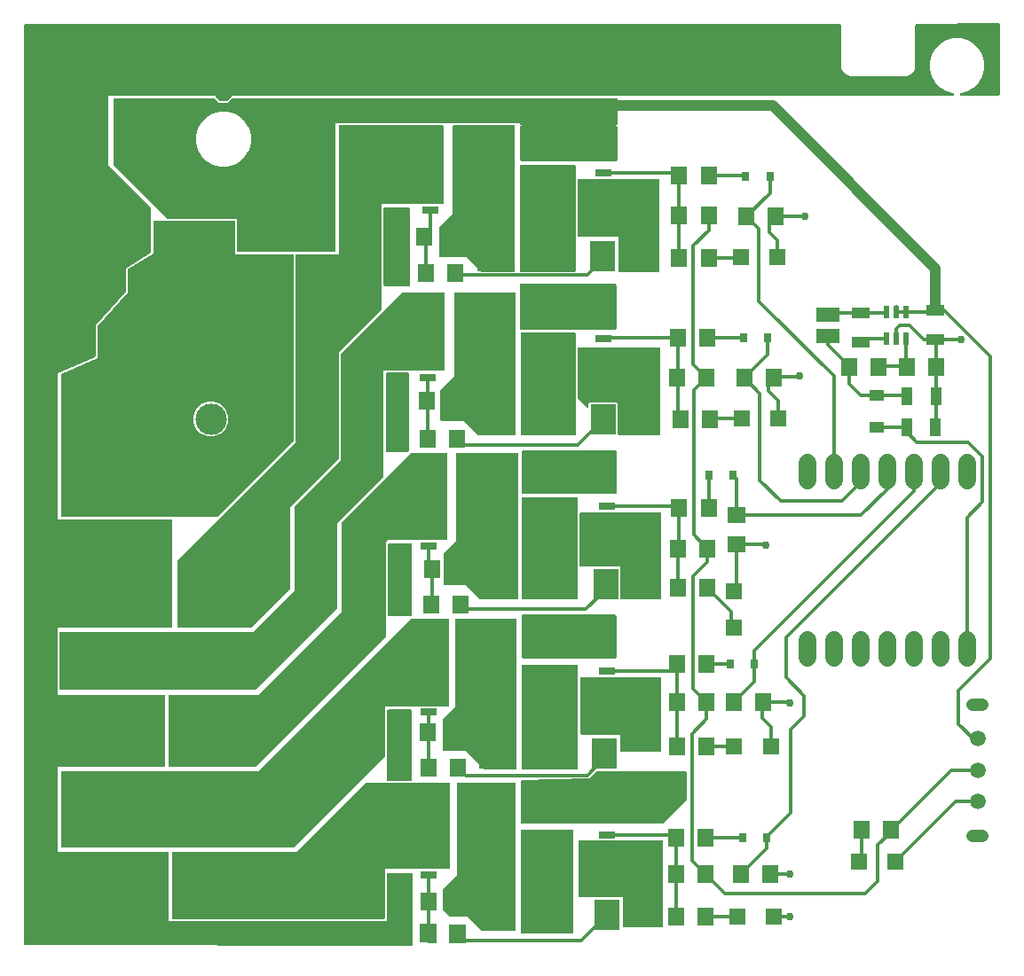
<source format=gbr>
G04 EAGLE Gerber RS-274X export*
G75*
%MOMM*%
%FSLAX34Y34*%
%LPD*%
%INTop Copper*%
%IPPOS*%
%AMOC8*
5,1,8,0,0,1.08239X$1,22.5*%
G01*
G04 Define Apertures*
%ADD10C,1.700000*%
%ADD11R,1.600000X1.800000*%
%ADD12R,1.500000X0.650000*%
%ADD13R,1.525000X0.650000*%
%ADD14R,3.000000X3.000000*%
%ADD15C,3.000000*%
%ADD16C,1.800000*%
%ADD17C,1.508000*%
%ADD18C,1.208000*%
%ADD19R,2.475000X3.000000*%
%ADD20R,3.000000X2.475000*%
%ADD21R,0.600000X1.200000*%
%ADD22R,2.150000X3.700000*%
%ADD23R,1.800000X1.600000*%
%ADD24R,0.800000X0.900000*%
%ADD25R,1.500000X1.500000*%
%ADD26R,2.200000X1.450000*%
%ADD27R,1.050000X1.820000*%
%ADD28R,1.820000X1.050000*%
%ADD29R,1.370000X1.120000*%
%ADD30P,1.73204X8X22.5*%
%ADD31C,0.300000*%
%ADD32C,0.756400*%
%ADD33C,1.000000*%
G36*
X380694Y9248D02*
X380499Y9209D01*
X10659Y10133D01*
X10480Y10167D01*
X10312Y10274D01*
X10200Y10438D01*
X10160Y10633D01*
X10160Y889340D01*
X10194Y889520D01*
X10301Y889688D01*
X10465Y889800D01*
X10660Y889840D01*
X89500Y889840D01*
X89680Y889806D01*
X89848Y889699D01*
X89960Y889535D01*
X90000Y889340D01*
X90000Y755048D01*
X90008Y755006D01*
X90036Y754964D01*
X130854Y714146D01*
X130960Y713988D01*
X131000Y713793D01*
X131000Y672273D01*
X130913Y671991D01*
X130770Y671852D01*
X107063Y656612D01*
X107004Y656542D01*
X107000Y656521D01*
X107000Y634167D01*
X106972Y634003D01*
X106870Y633831D01*
X78028Y602031D01*
X78011Y602004D01*
X78000Y601950D01*
X78000Y572331D01*
X77967Y572151D01*
X77860Y571983D01*
X77696Y571871D01*
X42042Y556696D01*
X42010Y556675D01*
X42009Y556674D01*
X42000Y556628D01*
X42000Y417046D01*
X42007Y417009D01*
X42050Y417000D01*
X150500Y417000D01*
X150680Y416966D01*
X150848Y416859D01*
X150960Y416695D01*
X151000Y416500D01*
X151000Y313500D01*
X150966Y313320D01*
X150859Y313152D01*
X150695Y313040D01*
X150500Y313000D01*
X42046Y313000D01*
X42009Y312993D01*
X42000Y312950D01*
X42000Y249046D01*
X42007Y249009D01*
X42050Y249000D01*
X143500Y249000D01*
X143680Y248966D01*
X143848Y248859D01*
X143960Y248695D01*
X144000Y248500D01*
X144000Y180500D01*
X143966Y180320D01*
X143859Y180152D01*
X143695Y180040D01*
X143500Y180000D01*
X42046Y180000D01*
X42009Y179993D01*
X42000Y179950D01*
X42000Y99046D01*
X42007Y99009D01*
X42050Y99000D01*
X147500Y99000D01*
X147680Y98966D01*
X147848Y98859D01*
X147960Y98695D01*
X148000Y98500D01*
X147983Y33046D01*
X147990Y33009D01*
X148034Y33000D01*
X355954Y33000D01*
X355991Y33007D01*
X356000Y33050D01*
X356000Y78500D01*
X356034Y78680D01*
X356141Y78848D01*
X356305Y78960D01*
X356500Y79000D01*
X380500Y79000D01*
X380680Y78966D01*
X380848Y78859D01*
X380960Y78695D01*
X381000Y78500D01*
X381000Y9709D01*
X380966Y9527D01*
X380858Y9360D01*
X380694Y9248D01*
G37*
%LPC*%
G36*
X62500Y758500D02*
X69500Y758500D01*
X69500Y787500D01*
X62500Y787500D01*
X62500Y758500D01*
G37*
G36*
X79500Y721500D02*
X108500Y721500D01*
X108500Y728500D01*
X79500Y728500D01*
X79500Y721500D01*
G37*
%LPD*%
G36*
X896346Y821119D02*
X895761Y821000D01*
X70500Y821000D01*
X69959Y821101D01*
X69456Y821423D01*
X69119Y821915D01*
X69000Y822500D01*
X69000Y888340D01*
X69101Y888881D01*
X69423Y889384D01*
X69915Y889721D01*
X70500Y889840D01*
X788340Y889840D01*
X788881Y889739D01*
X789384Y889417D01*
X789721Y888925D01*
X789840Y888340D01*
X789840Y847979D01*
X791387Y844245D01*
X794245Y841387D01*
X797979Y839840D01*
X852021Y839840D01*
X855755Y841387D01*
X858613Y844245D01*
X860160Y847979D01*
X860160Y888455D01*
X860256Y888982D01*
X860572Y889488D01*
X861061Y889830D01*
X861645Y889955D01*
X939312Y890724D01*
X939869Y890622D01*
X940372Y890300D01*
X940709Y889807D01*
X940827Y889222D01*
X940753Y822498D01*
X940652Y821959D01*
X940330Y821456D01*
X939838Y821119D01*
X939253Y821000D01*
X904239Y821000D01*
X903552Y821167D01*
X903086Y821540D01*
X902803Y822066D01*
X902747Y822660D01*
X902928Y823229D01*
X903316Y823683D01*
X903850Y823949D01*
X910097Y825623D01*
X916063Y829067D01*
X920933Y833937D01*
X924377Y839903D01*
X926160Y846556D01*
X926160Y853444D01*
X924377Y860097D01*
X920933Y866063D01*
X916063Y870933D01*
X910097Y874377D01*
X903444Y876160D01*
X896556Y876160D01*
X889903Y874377D01*
X883937Y870933D01*
X879067Y866063D01*
X875623Y860097D01*
X873840Y853444D01*
X873840Y846556D01*
X875623Y839903D01*
X879067Y833937D01*
X883937Y829067D01*
X889903Y825623D01*
X896150Y823949D01*
X896770Y823610D01*
X897123Y823129D01*
X897261Y822548D01*
X897161Y821959D01*
X896839Y821456D01*
X896346Y821119D01*
G37*
G36*
X193988Y419040D02*
X193793Y419000D01*
X45500Y419000D01*
X45320Y419034D01*
X45152Y419141D01*
X45040Y419305D01*
X45000Y419500D01*
X45000Y554679D01*
X45029Y554846D01*
X45131Y555016D01*
X45292Y555134D01*
X79961Y570982D01*
X79989Y571001D01*
X79991Y571004D01*
X80000Y571050D01*
X80000Y600807D01*
X80028Y600972D01*
X80130Y601143D01*
X108972Y632943D01*
X108989Y632970D01*
X109000Y633025D01*
X109000Y655717D01*
X109013Y655830D01*
X109096Y656011D01*
X109243Y656146D01*
X132975Y670385D01*
X132980Y670389D01*
X132991Y670404D01*
X133000Y670450D01*
X133000Y701500D01*
X133034Y701680D01*
X133141Y701848D01*
X133305Y701960D01*
X133500Y702000D01*
X210500Y702000D01*
X210680Y701966D01*
X210848Y701859D01*
X210960Y701695D01*
X211000Y701500D01*
X211000Y670046D01*
X211007Y670009D01*
X211050Y670000D01*
X266500Y670000D01*
X266680Y669966D01*
X266848Y669859D01*
X266960Y669695D01*
X267000Y669500D01*
X267000Y492207D01*
X266963Y492019D01*
X266854Y491854D01*
X194146Y419146D01*
X193988Y419040D01*
G37*
%LPC*%
G36*
X184713Y495976D02*
X191287Y495976D01*
X197360Y498492D01*
X202008Y503140D01*
X204524Y509213D01*
X204524Y515787D01*
X202008Y521860D01*
X197360Y526508D01*
X191287Y529024D01*
X184713Y529024D01*
X178640Y526508D01*
X173992Y521860D01*
X171476Y515787D01*
X171476Y509213D01*
X173992Y503140D01*
X178640Y498492D01*
X184713Y495976D01*
G37*
%LPD*%
G36*
X225988Y313040D02*
X225793Y313000D01*
X156500Y313000D01*
X156320Y313034D01*
X156152Y313141D01*
X156040Y313305D01*
X156000Y313500D01*
X156000Y376793D01*
X156037Y376981D01*
X156146Y377146D01*
X268966Y489966D01*
X268990Y490002D01*
X269000Y490050D01*
X269000Y669500D01*
X269034Y669680D01*
X269141Y669848D01*
X269305Y669960D01*
X269500Y670000D01*
X309954Y670000D01*
X309991Y670007D01*
X310000Y670050D01*
X310000Y792500D01*
X310034Y792680D01*
X310141Y792848D01*
X310305Y792960D01*
X310500Y793000D01*
X409500Y793000D01*
X409680Y792966D01*
X409848Y792859D01*
X409960Y792695D01*
X410000Y792500D01*
X410000Y718500D01*
X409966Y718320D01*
X409859Y718152D01*
X409695Y718040D01*
X409500Y718000D01*
X351046Y718000D01*
X351009Y717993D01*
X351000Y717950D01*
X351000Y617207D01*
X350963Y617019D01*
X350854Y616854D01*
X310034Y576034D01*
X310010Y575998D01*
X310000Y575950D01*
X310000Y474207D01*
X309963Y474019D01*
X309854Y473854D01*
X264034Y428034D01*
X264010Y427998D01*
X264000Y427950D01*
X264000Y351207D01*
X263963Y351019D01*
X263854Y350854D01*
X226146Y313146D01*
X225988Y313040D01*
G37*
G36*
X306695Y672040D02*
X306500Y672000D01*
X213500Y672000D01*
X213320Y672034D01*
X213152Y672141D01*
X213040Y672305D01*
X213000Y672500D01*
X213000Y703954D01*
X212993Y703991D01*
X212950Y704000D01*
X146207Y704000D01*
X146019Y704037D01*
X145854Y704146D01*
X95146Y754854D01*
X95040Y755012D01*
X95000Y755207D01*
X95000Y818500D01*
X95034Y818680D01*
X95141Y818848D01*
X95305Y818960D01*
X95500Y819000D01*
X191495Y819000D01*
X191682Y818963D01*
X191848Y818854D01*
X196055Y814647D01*
X203945Y814647D01*
X208152Y818854D01*
X208310Y818960D01*
X208505Y819000D01*
X575500Y819000D01*
X575680Y818966D01*
X575848Y818859D01*
X575960Y818695D01*
X576000Y818500D01*
X576000Y793500D01*
X575966Y793320D01*
X575859Y793152D01*
X575695Y793040D01*
X575500Y793000D01*
X483500Y793000D01*
X483320Y793034D01*
X483152Y793141D01*
X483040Y793305D01*
X483000Y793500D01*
X483000Y794954D01*
X482993Y794991D01*
X482950Y795000D01*
X307046Y795000D01*
X307009Y794993D01*
X307000Y794950D01*
X307000Y672500D01*
X306966Y672320D01*
X306859Y672152D01*
X306695Y672040D01*
G37*
%LPC*%
G36*
X196556Y753840D02*
X203444Y753840D01*
X210097Y755623D01*
X216063Y759067D01*
X220933Y763937D01*
X224377Y769903D01*
X226160Y776556D01*
X226160Y783444D01*
X224377Y790097D01*
X220933Y796063D01*
X216063Y800933D01*
X210097Y804377D01*
X203444Y806160D01*
X196556Y806160D01*
X189903Y804377D01*
X183937Y800933D01*
X179067Y796063D01*
X175623Y790097D01*
X173840Y783444D01*
X173840Y776556D01*
X175623Y769903D01*
X179067Y763937D01*
X183937Y759067D01*
X189903Y755623D01*
X196556Y753840D01*
G37*
G36*
X120500Y758500D02*
X127500Y758500D01*
X127500Y787500D01*
X120500Y787500D01*
X120500Y758500D01*
G37*
%LPD*%
G36*
X266988Y103040D02*
X266793Y103000D01*
X45500Y103000D01*
X45320Y103034D01*
X45152Y103141D01*
X45040Y103305D01*
X45000Y103500D01*
X45000Y175500D01*
X45034Y175680D01*
X45141Y175848D01*
X45305Y175960D01*
X45500Y176000D01*
X232952Y176000D01*
X232994Y176008D01*
X233036Y176036D01*
X378854Y321854D01*
X379012Y321960D01*
X379207Y322000D01*
X414500Y322000D01*
X414680Y321966D01*
X414848Y321859D01*
X414960Y321695D01*
X415000Y321500D01*
X415000Y238500D01*
X414966Y238320D01*
X414859Y238152D01*
X414695Y238040D01*
X414500Y238000D01*
X354046Y238000D01*
X354009Y237993D01*
X354000Y237950D01*
X354000Y190207D01*
X353963Y190019D01*
X353854Y189854D01*
X267146Y103146D01*
X266988Y103040D01*
G37*
G36*
X230988Y254040D02*
X230793Y254000D01*
X44500Y254000D01*
X44320Y254034D01*
X44152Y254141D01*
X44040Y254305D01*
X44000Y254500D01*
X44000Y308500D01*
X44034Y308680D01*
X44141Y308848D01*
X44305Y308960D01*
X44500Y309000D01*
X227952Y309000D01*
X227994Y309008D01*
X228036Y309036D01*
X267966Y348966D01*
X267990Y349002D01*
X268000Y349050D01*
X268000Y428793D01*
X268037Y428981D01*
X268146Y429146D01*
X311966Y472966D01*
X311990Y473002D01*
X312000Y473050D01*
X312000Y574793D01*
X312037Y574981D01*
X312146Y575146D01*
X369854Y632854D01*
X370012Y632960D01*
X370207Y633000D01*
X410500Y633000D01*
X410680Y632966D01*
X410848Y632859D01*
X410960Y632695D01*
X411000Y632500D01*
X411000Y559500D01*
X410966Y559320D01*
X410859Y559152D01*
X410695Y559040D01*
X410500Y559000D01*
X353046Y559000D01*
X353009Y558993D01*
X353000Y558950D01*
X353000Y457207D01*
X352963Y457019D01*
X352854Y456854D01*
X309034Y413034D01*
X309010Y412998D01*
X309000Y412950D01*
X309000Y332207D01*
X308963Y332019D01*
X308854Y331854D01*
X231146Y254146D01*
X230988Y254040D01*
G37*
G36*
X230988Y180040D02*
X230793Y180000D01*
X148500Y180000D01*
X148320Y180034D01*
X148152Y180141D01*
X148040Y180305D01*
X148000Y180500D01*
X148000Y248500D01*
X148034Y248680D01*
X148141Y248848D01*
X148305Y248960D01*
X148500Y249000D01*
X232952Y249000D01*
X232994Y249008D01*
X233036Y249036D01*
X312966Y328966D01*
X312990Y329002D01*
X313000Y329050D01*
X313000Y413793D01*
X313037Y413981D01*
X313146Y414146D01*
X378854Y479854D01*
X379012Y479960D01*
X379207Y480000D01*
X413500Y480000D01*
X413680Y479966D01*
X413848Y479859D01*
X413960Y479695D01*
X414000Y479500D01*
X414000Y397500D01*
X413966Y397320D01*
X413859Y397152D01*
X413695Y397040D01*
X413500Y397000D01*
X357048Y397000D01*
X357006Y396992D01*
X356964Y396964D01*
X355034Y395034D01*
X355010Y394998D01*
X355000Y394950D01*
X355000Y304207D01*
X354963Y304019D01*
X354854Y303854D01*
X231146Y180146D01*
X230988Y180040D01*
G37*
G36*
X353535Y35060D02*
X353238Y35000D01*
X151762Y35000D01*
X151487Y35051D01*
X151232Y35215D01*
X151060Y35465D01*
X151000Y35762D01*
X151000Y98238D01*
X151051Y98513D01*
X151215Y98768D01*
X151465Y98940D01*
X151762Y99000D01*
X269912Y99000D01*
X270017Y99025D01*
X270044Y99044D01*
X335777Y164777D01*
X336018Y164940D01*
X336316Y165000D01*
X415238Y165000D01*
X415513Y164949D01*
X415768Y164785D01*
X415940Y164535D01*
X416000Y164238D01*
X416000Y83762D01*
X415949Y83487D01*
X415785Y83232D01*
X415535Y83060D01*
X415238Y83000D01*
X354052Y83000D01*
X354012Y82994D01*
X354009Y82993D01*
X354000Y82938D01*
X354000Y35762D01*
X353949Y35487D01*
X353785Y35232D01*
X353535Y35060D01*
G37*
G36*
X479695Y178040D02*
X479500Y178000D01*
X449207Y178000D01*
X449019Y178037D01*
X448854Y178146D01*
X431034Y195966D01*
X430998Y195990D01*
X430950Y196000D01*
X409500Y196000D01*
X409320Y196034D01*
X409152Y196141D01*
X409040Y196305D01*
X409000Y196500D01*
X409000Y225793D01*
X409037Y225981D01*
X409146Y226146D01*
X420966Y237966D01*
X420990Y238002D01*
X421000Y238050D01*
X421000Y321500D01*
X421034Y321680D01*
X421141Y321848D01*
X421305Y321960D01*
X421500Y322000D01*
X479500Y322000D01*
X479680Y321966D01*
X479848Y321859D01*
X479960Y321695D01*
X480000Y321500D01*
X480000Y178500D01*
X479966Y178320D01*
X479859Y178152D01*
X479695Y178040D01*
G37*
G36*
X480695Y340040D02*
X480500Y340000D01*
X445207Y340000D01*
X445019Y340037D01*
X444854Y340146D01*
X431034Y353966D01*
X430998Y353990D01*
X430950Y354000D01*
X410500Y354000D01*
X410320Y354034D01*
X410152Y354141D01*
X410040Y354305D01*
X410000Y354500D01*
X410000Y383793D01*
X410037Y383981D01*
X410146Y384146D01*
X421966Y395966D01*
X421990Y396002D01*
X422000Y396050D01*
X422000Y479500D01*
X422034Y479680D01*
X422141Y479848D01*
X422305Y479960D01*
X422500Y480000D01*
X480500Y480000D01*
X480680Y479966D01*
X480848Y479859D01*
X480960Y479695D01*
X481000Y479500D01*
X481000Y340500D01*
X480966Y340320D01*
X480859Y340152D01*
X480695Y340040D01*
G37*
G36*
X477695Y653216D02*
X477500Y653176D01*
X446031Y653176D01*
X445843Y653213D01*
X445678Y653322D01*
X432034Y666966D01*
X431998Y666990D01*
X431950Y667000D01*
X407207Y667000D01*
X407019Y667037D01*
X406854Y667146D01*
X406146Y667854D01*
X406040Y668012D01*
X406000Y668207D01*
X406000Y695793D01*
X406037Y695981D01*
X406146Y696146D01*
X418966Y708966D01*
X418990Y709002D01*
X419000Y709050D01*
X419000Y792500D01*
X419034Y792680D01*
X419141Y792848D01*
X419305Y792960D01*
X419500Y793000D01*
X477500Y793000D01*
X477680Y792966D01*
X477848Y792859D01*
X477960Y792695D01*
X478000Y792500D01*
X478000Y653676D01*
X477966Y653496D01*
X477859Y653328D01*
X477695Y653216D01*
G37*
G36*
X478695Y497040D02*
X478500Y497000D01*
X443207Y497000D01*
X443019Y497037D01*
X442854Y497146D01*
X429034Y510966D01*
X428998Y510990D01*
X428950Y511000D01*
X408207Y511000D01*
X408019Y511037D01*
X407854Y511146D01*
X407146Y511854D01*
X407040Y512012D01*
X407000Y512207D01*
X407000Y539793D01*
X407037Y539981D01*
X407146Y540146D01*
X419966Y552966D01*
X419990Y553002D01*
X420000Y553050D01*
X420000Y632500D01*
X420034Y632680D01*
X420141Y632848D01*
X420305Y632960D01*
X420500Y633000D01*
X478500Y633000D01*
X478680Y632966D01*
X478848Y632859D01*
X478960Y632695D01*
X479000Y632500D01*
X479000Y497500D01*
X478966Y497320D01*
X478859Y497152D01*
X478695Y497040D01*
G37*
G36*
X478695Y24040D02*
X478500Y24000D01*
X446207Y24000D01*
X446019Y24037D01*
X445854Y24146D01*
X433034Y36966D01*
X432998Y36990D01*
X432950Y37000D01*
X416207Y37000D01*
X416019Y37037D01*
X415854Y37146D01*
X409146Y43854D01*
X409040Y44012D01*
X409000Y44207D01*
X409000Y62793D01*
X409037Y62981D01*
X409146Y63146D01*
X422966Y76966D01*
X422990Y77002D01*
X423000Y77050D01*
X423000Y164500D01*
X423034Y164680D01*
X423141Y164848D01*
X423305Y164960D01*
X423500Y165000D01*
X478500Y165000D01*
X478680Y164966D01*
X478848Y164859D01*
X478960Y164695D01*
X479000Y164500D01*
X479000Y24500D01*
X478966Y24320D01*
X478859Y24152D01*
X478695Y24040D01*
G37*
G36*
X618964Y126119D02*
X618379Y126000D01*
X485500Y126000D01*
X484959Y126101D01*
X484456Y126423D01*
X484119Y126915D01*
X484000Y127500D01*
X484000Y166523D01*
X484093Y167042D01*
X484407Y167550D01*
X484894Y167895D01*
X485477Y168023D01*
X547428Y168976D01*
X547451Y168976D01*
X548771Y168976D01*
X548770Y168979D01*
X548837Y168990D01*
X548873Y168998D01*
X548884Y168998D01*
X549008Y169019D01*
X549061Y169061D01*
X555561Y175561D01*
X556036Y175881D01*
X556621Y176000D01*
X640500Y176000D01*
X641041Y175899D01*
X641544Y175577D01*
X641881Y175085D01*
X642000Y174500D01*
X642000Y149621D01*
X641890Y149058D01*
X641561Y148561D01*
X619439Y126439D01*
X618964Y126119D01*
G37*
G36*
X616695Y497040D02*
X616500Y497000D01*
X578187Y497000D01*
X578032Y497025D01*
X577859Y497122D01*
X576470Y498329D01*
X576338Y498511D01*
X576298Y498706D01*
X576298Y527807D01*
X575405Y528700D01*
X549393Y528700D01*
X548500Y527807D01*
X548500Y523715D01*
X548480Y523575D01*
X548388Y523399D01*
X548234Y523273D01*
X548043Y523217D01*
X547845Y523239D01*
X547672Y523337D01*
X538172Y531587D01*
X538040Y531770D01*
X538000Y531965D01*
X538000Y580500D01*
X538034Y580680D01*
X538141Y580848D01*
X538305Y580960D01*
X538500Y581000D01*
X616500Y581000D01*
X616680Y580966D01*
X616848Y580859D01*
X616960Y580695D01*
X617000Y580500D01*
X617000Y497500D01*
X616966Y497320D01*
X616859Y497152D01*
X616695Y497040D01*
G37*
G36*
X615695Y653040D02*
X615500Y653000D01*
X577500Y653000D01*
X577320Y653034D01*
X577152Y653141D01*
X577040Y653305D01*
X577000Y653500D01*
X577000Y686954D01*
X576993Y686991D01*
X576950Y687000D01*
X538500Y687000D01*
X538320Y687034D01*
X538152Y687141D01*
X538040Y687305D01*
X538000Y687500D01*
X538000Y741500D01*
X538034Y741680D01*
X538141Y741848D01*
X538305Y741960D01*
X538500Y742000D01*
X615500Y742000D01*
X615680Y741966D01*
X615848Y741859D01*
X615960Y741695D01*
X616000Y741500D01*
X616000Y653500D01*
X615966Y653320D01*
X615859Y653152D01*
X615695Y653040D01*
G37*
G36*
X618695Y27040D02*
X618500Y27000D01*
X581500Y27000D01*
X581320Y27034D01*
X581152Y27141D01*
X581040Y27305D01*
X581000Y27500D01*
X581000Y55954D01*
X580993Y55991D01*
X580950Y56000D01*
X539500Y56000D01*
X539320Y56034D01*
X539152Y56141D01*
X539040Y56305D01*
X539000Y56500D01*
X539000Y109500D01*
X539034Y109680D01*
X539141Y109848D01*
X539305Y109960D01*
X539500Y110000D01*
X618500Y110000D01*
X618680Y109966D01*
X618848Y109859D01*
X618960Y109695D01*
X619000Y109500D01*
X619000Y27500D01*
X618966Y27320D01*
X618859Y27152D01*
X618695Y27040D01*
G37*
G36*
X535695Y653216D02*
X535500Y653176D01*
X483500Y653176D01*
X483320Y653210D01*
X483152Y653317D01*
X483040Y653481D01*
X483000Y653676D01*
X483000Y754500D01*
X483034Y754680D01*
X483141Y754848D01*
X483305Y754960D01*
X483500Y755000D01*
X535500Y755000D01*
X535680Y754966D01*
X535848Y754859D01*
X535960Y754695D01*
X536000Y754500D01*
X536000Y653676D01*
X535966Y653496D01*
X535859Y653328D01*
X535695Y653216D01*
G37*
G36*
X537695Y178040D02*
X537500Y178000D01*
X485500Y178000D01*
X485320Y178034D01*
X485152Y178141D01*
X485040Y178305D01*
X485000Y178500D01*
X485000Y277500D01*
X485034Y277680D01*
X485141Y277848D01*
X485305Y277960D01*
X485500Y278000D01*
X537500Y278000D01*
X537680Y277966D01*
X537848Y277859D01*
X537960Y277695D01*
X538000Y277500D01*
X538000Y178500D01*
X537966Y178320D01*
X537859Y178152D01*
X537695Y178040D01*
G37*
G36*
X617695Y340040D02*
X617500Y340000D01*
X579500Y340000D01*
X579320Y340034D01*
X579152Y340141D01*
X579040Y340305D01*
X579000Y340500D01*
X579000Y371954D01*
X578993Y371991D01*
X578950Y372000D01*
X540500Y372000D01*
X540320Y372034D01*
X540152Y372141D01*
X540040Y372305D01*
X540000Y372500D01*
X540000Y422500D01*
X540034Y422680D01*
X540141Y422848D01*
X540305Y422960D01*
X540500Y423000D01*
X617500Y423000D01*
X617680Y422966D01*
X617848Y422859D01*
X617960Y422695D01*
X618000Y422500D01*
X618000Y340500D01*
X617966Y340320D01*
X617859Y340152D01*
X617695Y340040D01*
G37*
G36*
X537695Y340040D02*
X537500Y340000D01*
X485500Y340000D01*
X485320Y340034D01*
X485152Y340141D01*
X485040Y340305D01*
X485000Y340500D01*
X485000Y437500D01*
X485034Y437680D01*
X485141Y437848D01*
X485305Y437960D01*
X485500Y438000D01*
X537500Y438000D01*
X537680Y437966D01*
X537848Y437859D01*
X537960Y437695D01*
X538000Y437500D01*
X538000Y340500D01*
X537966Y340320D01*
X537859Y340152D01*
X537695Y340040D01*
G37*
G36*
X535695Y497040D02*
X535500Y497000D01*
X484500Y497000D01*
X484320Y497034D01*
X484152Y497141D01*
X484040Y497305D01*
X484000Y497500D01*
X484000Y594500D01*
X484034Y594680D01*
X484141Y594848D01*
X484305Y594960D01*
X484500Y595000D01*
X535500Y595000D01*
X535680Y594966D01*
X535848Y594859D01*
X535960Y594695D01*
X536000Y594500D01*
X536000Y497500D01*
X535966Y497320D01*
X535859Y497152D01*
X535695Y497040D01*
G37*
G36*
X533970Y21004D02*
X533950Y21000D01*
X484050Y21000D01*
X484032Y21003D01*
X484015Y21014D01*
X484004Y21031D01*
X484000Y21050D01*
X484000Y119950D01*
X484003Y119968D01*
X484014Y119985D01*
X484031Y119996D01*
X484050Y120000D01*
X533950Y120000D01*
X533968Y119997D01*
X533985Y119986D01*
X533996Y119970D01*
X534000Y119950D01*
X534000Y21050D01*
X533997Y21032D01*
X533986Y21015D01*
X533970Y21004D01*
G37*
G36*
X617695Y195040D02*
X617500Y195000D01*
X579500Y195000D01*
X579320Y195034D01*
X579152Y195141D01*
X579040Y195305D01*
X579000Y195500D01*
X579000Y210954D01*
X578993Y210991D01*
X578950Y211000D01*
X541500Y211000D01*
X541320Y211034D01*
X541152Y211141D01*
X541040Y211305D01*
X541000Y211500D01*
X541000Y265500D01*
X541034Y265680D01*
X541141Y265848D01*
X541305Y265960D01*
X541500Y266000D01*
X617500Y266000D01*
X617680Y265966D01*
X617848Y265859D01*
X617960Y265695D01*
X618000Y265500D01*
X618000Y195500D01*
X617966Y195320D01*
X617859Y195152D01*
X617695Y195040D01*
G37*
G36*
X574085Y598119D02*
X573500Y598000D01*
X484500Y598000D01*
X483959Y598101D01*
X483456Y598423D01*
X483119Y598915D01*
X483000Y599500D01*
X483000Y640500D01*
X483101Y641041D01*
X483423Y641544D01*
X483915Y641881D01*
X484500Y642000D01*
X573500Y642000D01*
X574041Y641899D01*
X574544Y641577D01*
X574881Y641085D01*
X575000Y640500D01*
X575000Y599500D01*
X574899Y598959D01*
X574577Y598456D01*
X574085Y598119D01*
G37*
G36*
X574085Y284119D02*
X573500Y284000D01*
X486500Y284000D01*
X485959Y284101D01*
X485456Y284423D01*
X485119Y284915D01*
X485000Y285500D01*
X485000Y324500D01*
X485101Y325041D01*
X485423Y325544D01*
X485915Y325881D01*
X486500Y326000D01*
X573500Y326000D01*
X574041Y325899D01*
X574544Y325577D01*
X574881Y325085D01*
X575000Y324500D01*
X575000Y285500D01*
X574899Y284959D01*
X574577Y284456D01*
X574085Y284119D01*
G37*
G36*
X574085Y441119D02*
X573500Y441000D01*
X486500Y441000D01*
X485959Y441101D01*
X485456Y441423D01*
X485119Y441915D01*
X485000Y442500D01*
X485000Y481500D01*
X485101Y482041D01*
X485423Y482544D01*
X485915Y482881D01*
X486500Y483000D01*
X573500Y483000D01*
X574041Y482899D01*
X574544Y482577D01*
X574881Y482085D01*
X575000Y481500D01*
X575000Y442500D01*
X574899Y441959D01*
X574577Y441456D01*
X574085Y441119D01*
G37*
G36*
X575085Y759119D02*
X574500Y759000D01*
X484500Y759000D01*
X483959Y759101D01*
X483456Y759423D01*
X483119Y759915D01*
X483000Y760500D01*
X483000Y791500D01*
X483101Y792041D01*
X483423Y792544D01*
X483915Y792881D01*
X484500Y793000D01*
X574500Y793000D01*
X575041Y792899D01*
X575544Y792577D01*
X575881Y792085D01*
X576000Y791500D01*
X576000Y760500D01*
X575899Y759959D01*
X575577Y759456D01*
X575085Y759119D01*
G37*
G36*
X377085Y639119D02*
X376500Y639000D01*
X354500Y639000D01*
X353959Y639101D01*
X353456Y639423D01*
X353119Y639915D01*
X353000Y640500D01*
X353000Y713500D01*
X353101Y714041D01*
X353423Y714544D01*
X353915Y714881D01*
X354500Y715000D01*
X376500Y715000D01*
X377041Y714899D01*
X377544Y714577D01*
X377881Y714085D01*
X378000Y713500D01*
X378000Y640500D01*
X377899Y639959D01*
X377577Y639456D01*
X377085Y639119D01*
G37*
G36*
X376085Y481119D02*
X375500Y481000D01*
X356500Y481000D01*
X355959Y481101D01*
X355456Y481423D01*
X355119Y481915D01*
X355000Y482500D01*
X355000Y555500D01*
X355101Y556041D01*
X355423Y556544D01*
X355915Y556881D01*
X356500Y557000D01*
X375500Y557000D01*
X376041Y556899D01*
X376544Y556577D01*
X376881Y556085D01*
X377000Y555500D01*
X377000Y482500D01*
X376899Y481959D01*
X376577Y481456D01*
X376085Y481119D01*
G37*
G36*
X379085Y167119D02*
X378500Y167000D01*
X357500Y167000D01*
X356959Y167101D01*
X356456Y167423D01*
X356119Y167915D01*
X356000Y168500D01*
X356000Y233500D01*
X356101Y234041D01*
X356423Y234544D01*
X356915Y234881D01*
X357500Y235000D01*
X378500Y235000D01*
X379041Y234899D01*
X379544Y234577D01*
X379881Y234085D01*
X380000Y233500D01*
X380000Y168500D01*
X379899Y167959D01*
X379577Y167456D01*
X379085Y167119D01*
G37*
G36*
X379085Y324119D02*
X378500Y324000D01*
X358500Y324000D01*
X357959Y324101D01*
X357456Y324423D01*
X357119Y324915D01*
X357000Y325500D01*
X357000Y392500D01*
X357101Y393041D01*
X357423Y393544D01*
X357915Y393881D01*
X358500Y394000D01*
X378500Y394000D01*
X379041Y393899D01*
X379544Y393577D01*
X379881Y393085D01*
X380000Y392500D01*
X380000Y325500D01*
X379899Y324959D01*
X379577Y324456D01*
X379085Y324119D01*
G37*
D10*
X909500Y454024D02*
X909500Y471024D01*
X884100Y471024D02*
X884100Y454024D01*
X858700Y454024D02*
X858700Y471024D01*
X833300Y471024D02*
X833300Y454024D01*
X807900Y454024D02*
X807900Y471024D01*
X782500Y471024D02*
X782500Y454024D01*
X757100Y454024D02*
X757100Y471024D01*
X757100Y301624D02*
X757100Y284624D01*
X782500Y284624D02*
X782500Y301624D01*
X807900Y301624D02*
X807900Y284624D01*
X833300Y284624D02*
X833300Y301624D01*
X858700Y301624D02*
X858700Y284624D01*
X884100Y284624D02*
X884100Y301624D01*
X909500Y301624D02*
X909500Y284624D01*
D11*
X661000Y552000D03*
X633000Y552000D03*
X660000Y78000D03*
X632000Y78000D03*
X662000Y389000D03*
X634000Y389000D03*
X661000Y242000D03*
X633000Y242000D03*
X394269Y530000D03*
X422269Y530000D03*
X422745Y494000D03*
X394745Y494000D03*
X426476Y335524D03*
X398476Y335524D03*
X399000Y369000D03*
X427000Y369000D03*
X396000Y52000D03*
X424000Y52000D03*
G36*
X415633Y30054D02*
X431629Y29775D01*
X431315Y11778D01*
X415319Y12057D01*
X415633Y30054D01*
G37*
G36*
X387637Y30542D02*
X403633Y30263D01*
X403319Y12266D01*
X387323Y12545D01*
X387637Y30542D01*
G37*
X424000Y179524D03*
X396000Y179524D03*
X395000Y213000D03*
X423000Y213000D03*
D12*
X563000Y550950D03*
X563000Y563650D03*
X563000Y576350D03*
X563000Y589050D03*
X509000Y589050D03*
X509000Y576350D03*
X509000Y563650D03*
X509000Y550950D03*
X566000Y76950D03*
X566000Y89650D03*
X566000Y102350D03*
X566000Y115050D03*
X512000Y115050D03*
X512000Y102350D03*
X512000Y89650D03*
X512000Y76950D03*
X566000Y390950D03*
X566000Y403650D03*
X566000Y416350D03*
X566000Y429050D03*
X512000Y429050D03*
X512000Y416350D03*
X512000Y403650D03*
X512000Y390950D03*
X566000Y233950D03*
X566000Y246650D03*
X566000Y259350D03*
X566000Y272050D03*
X512000Y272050D03*
X512000Y259350D03*
X512000Y246650D03*
X512000Y233950D03*
D13*
X396120Y429226D03*
X396120Y416526D03*
X396120Y403826D03*
X396120Y391126D03*
X449880Y391126D03*
X449880Y403826D03*
X449880Y416526D03*
X449880Y429226D03*
X395120Y590050D03*
X395120Y577350D03*
X395120Y564650D03*
X395120Y551950D03*
X448880Y551950D03*
X448880Y564650D03*
X448880Y577350D03*
X448880Y590050D03*
X396120Y115050D03*
X396120Y102350D03*
X396120Y89650D03*
X396120Y76950D03*
X449880Y76950D03*
X449880Y89650D03*
X449880Y102350D03*
X449880Y115050D03*
X396120Y271050D03*
X396120Y258350D03*
X396120Y245650D03*
X396120Y232950D03*
X449880Y232950D03*
X449880Y245650D03*
X449880Y258350D03*
X449880Y271050D03*
D11*
X663000Y707000D03*
X635000Y707000D03*
X392000Y687000D03*
X420000Y687000D03*
X421000Y652000D03*
X393000Y652000D03*
D12*
X563000Y709950D03*
X563000Y722650D03*
X563000Y735350D03*
X563000Y748050D03*
X509000Y748050D03*
X509000Y735350D03*
X509000Y722650D03*
X509000Y709950D03*
D13*
X397120Y750050D03*
X397120Y737350D03*
X397120Y724650D03*
X397120Y711950D03*
X450880Y711950D03*
X450880Y724650D03*
X450880Y737350D03*
X450880Y750050D03*
D14*
X63000Y587500D03*
D15*
X188000Y512500D03*
X63000Y437500D03*
X188000Y362500D03*
X63000Y287500D03*
X188000Y212500D03*
X63000Y137500D03*
X188000Y62500D03*
D16*
X66000Y764000D02*
X66000Y782000D01*
X124000Y782000D02*
X124000Y764000D01*
X103000Y725000D02*
X85000Y725000D01*
D17*
X919586Y147216D03*
X919586Y177216D03*
X919586Y207216D03*
D18*
X924086Y114716D02*
X915086Y114716D01*
X915086Y239716D02*
X924086Y239716D01*
D19*
X447000Y145524D03*
X393250Y145524D03*
X500750Y145524D03*
X446000Y301000D03*
X392250Y301000D03*
X499750Y301000D03*
X448000Y459476D03*
X394250Y459476D03*
X501750Y459476D03*
X442000Y618000D03*
X388250Y618000D03*
X495750Y618000D03*
D20*
G36*
X429599Y763022D02*
X429652Y793021D01*
X454401Y792978D01*
X454348Y762979D01*
X429599Y763022D01*
G37*
G36*
X375849Y763116D02*
X375902Y793115D01*
X400651Y793072D01*
X400598Y763073D01*
X375849Y763116D01*
G37*
G36*
X483349Y762928D02*
X483402Y792927D01*
X508151Y792884D01*
X508098Y762885D01*
X483349Y762928D01*
G37*
D19*
X171956Y687173D03*
X225706Y687173D03*
X118206Y687173D03*
X512000Y39160D03*
X458250Y39160D03*
X565750Y39160D03*
X508649Y512176D03*
X454899Y512176D03*
X562399Y512176D03*
X510000Y193000D03*
X456250Y193000D03*
X563750Y193000D03*
X508000Y668176D03*
X454250Y668176D03*
X561750Y668176D03*
X511000Y355000D03*
X457250Y355000D03*
X564750Y355000D03*
D21*
X832500Y589500D03*
X842000Y589500D03*
X851500Y589500D03*
X851500Y614500D03*
X842000Y614500D03*
X832500Y614500D03*
D11*
X880000Y562326D03*
X852000Y562326D03*
X825000Y561850D03*
X797000Y561850D03*
D22*
X278594Y785340D03*
X278594Y853340D03*
D23*
X364000Y701000D03*
X364000Y729000D03*
X365476Y542000D03*
X365476Y570000D03*
X368000Y380000D03*
X368000Y408000D03*
X368000Y223000D03*
X368000Y251000D03*
X369000Y66000D03*
X369000Y94000D03*
D11*
X809000Y120000D03*
X837000Y120000D03*
X636000Y512000D03*
X664000Y512000D03*
X697000Y552000D03*
X725000Y552000D03*
X634000Y590000D03*
X662000Y590000D03*
D24*
X696500Y590000D03*
X719500Y590000D03*
D25*
X694500Y513000D03*
X729500Y513000D03*
D11*
X635000Y666000D03*
X663000Y666000D03*
X699000Y706000D03*
X727000Y706000D03*
X635000Y745000D03*
X663000Y745000D03*
D24*
X698500Y744000D03*
X721500Y744000D03*
D25*
X693500Y667000D03*
X728500Y667000D03*
D11*
X632000Y37000D03*
X660000Y37000D03*
X694000Y78000D03*
X722000Y78000D03*
X632000Y113000D03*
X660000Y113000D03*
D24*
X695500Y113000D03*
X718500Y113000D03*
D25*
X690500Y37000D03*
X725500Y37000D03*
D11*
X633000Y200000D03*
X661000Y200000D03*
X687000Y242000D03*
X715000Y242000D03*
X633000Y279000D03*
X661000Y279000D03*
D24*
X683500Y279000D03*
X706500Y279000D03*
D25*
X687500Y200000D03*
X722500Y200000D03*
D11*
X634000Y351000D03*
X662000Y351000D03*
D23*
X690000Y420500D03*
X690000Y392500D03*
D11*
X635000Y428000D03*
X663000Y428000D03*
D24*
X663500Y459000D03*
X686500Y459000D03*
D25*
X687500Y313000D03*
X687500Y348000D03*
X806500Y90000D03*
X841500Y90000D03*
D26*
X777000Y612000D03*
X777000Y592000D03*
D27*
X879900Y534000D03*
X852100Y534000D03*
D28*
X808000Y586100D03*
X808000Y613900D03*
X879690Y588376D03*
X879690Y616176D03*
D27*
X879590Y504776D03*
X851790Y504776D03*
D29*
X823240Y505000D03*
X823240Y535000D03*
D11*
X99000Y652000D03*
X127000Y652000D03*
D30*
X341000Y47000D03*
X340000Y220000D03*
X340000Y370000D03*
X338475Y530000D03*
X340000Y680000D03*
X200000Y650000D03*
X200000Y740000D03*
X200000Y824172D03*
D31*
X777000Y583000D02*
X797000Y563000D01*
X777000Y583000D02*
X777000Y592000D01*
X797000Y546000D02*
X808000Y535000D01*
X797000Y546000D02*
X797000Y561850D01*
X808000Y535000D02*
X823240Y535000D01*
X851100Y535000D02*
X852100Y534000D01*
X851100Y535000D02*
X823240Y535000D01*
X797000Y561850D02*
X797000Y563000D01*
X797000Y561850D01*
X898586Y147216D02*
X919586Y147216D01*
X898586Y147216D02*
X841500Y90131D01*
X841500Y90000D01*
X880000Y588066D02*
X879690Y588376D01*
X880000Y588066D02*
X880000Y562326D01*
X879690Y588376D02*
X868624Y588376D01*
X855000Y602000D01*
X845000Y602000D01*
X842000Y599000D01*
X842000Y589500D01*
X880000Y562326D02*
X880000Y534100D01*
X879900Y534000D01*
X879900Y505086D01*
X879590Y504776D01*
D32*
X362000Y15000D03*
X374000Y15000D03*
X362000Y27000D03*
X374000Y27000D03*
X362000Y39000D03*
X374000Y39000D03*
X362000Y173000D03*
X374000Y173000D03*
X362000Y185000D03*
X374000Y185000D03*
X362000Y197000D03*
X374000Y197000D03*
X363000Y330000D03*
X375000Y330000D03*
X363000Y342000D03*
X375000Y342000D03*
X363000Y354000D03*
X375000Y354000D03*
X361000Y487000D03*
X373000Y487000D03*
X361000Y499000D03*
X373000Y499000D03*
X361000Y511000D03*
X373000Y511000D03*
X371000Y681000D03*
X371000Y669000D03*
X359000Y669000D03*
X371000Y657000D03*
X359000Y657000D03*
X371000Y645000D03*
X359000Y645000D03*
X79000Y883000D03*
X67000Y883000D03*
X55000Y883000D03*
X43000Y883000D03*
X31000Y883000D03*
X19000Y883000D03*
X79000Y871000D03*
X67000Y871000D03*
X55000Y871000D03*
X43000Y871000D03*
X31000Y871000D03*
X19000Y871000D03*
X79000Y859000D03*
X67000Y859000D03*
X55000Y859000D03*
X43000Y859000D03*
X31000Y859000D03*
X19000Y859000D03*
X55000Y847000D03*
X43000Y847000D03*
X31000Y847000D03*
X19000Y847000D03*
X79000Y835000D03*
X55000Y835000D03*
X43000Y835000D03*
X31000Y835000D03*
X19000Y835000D03*
X79000Y823000D03*
X55000Y823000D03*
X43000Y823000D03*
X31000Y823000D03*
X19000Y823000D03*
X79000Y811000D03*
X55000Y811000D03*
X43000Y811000D03*
X31000Y811000D03*
X19000Y811000D03*
X79000Y799000D03*
X43000Y799000D03*
X31000Y799000D03*
X19000Y799000D03*
X43000Y787000D03*
X31000Y787000D03*
X91000Y31000D03*
X79000Y31000D03*
X67000Y31000D03*
X55000Y31000D03*
X43000Y31000D03*
X31000Y31000D03*
X19000Y31000D03*
X331000Y19000D03*
X319000Y19000D03*
X307000Y19000D03*
X295000Y19000D03*
X283000Y19000D03*
X271000Y19000D03*
X259000Y19000D03*
X247000Y19000D03*
X235000Y19000D03*
X223000Y19000D03*
X211000Y19000D03*
X199000Y19000D03*
X187000Y19000D03*
X175000Y19000D03*
X163000Y19000D03*
X151000Y19000D03*
X139000Y19000D03*
X127000Y19000D03*
X115000Y19000D03*
X103000Y19000D03*
X91000Y19000D03*
X79000Y19000D03*
X67000Y19000D03*
X55000Y19000D03*
X43000Y19000D03*
X31000Y19000D03*
X19000Y19000D03*
X103000Y31000D03*
X115000Y31000D03*
X127000Y31000D03*
X139000Y31000D03*
X19000Y43000D03*
X31000Y43000D03*
X43000Y43000D03*
X55000Y43000D03*
X67000Y43000D03*
X79000Y43000D03*
X91000Y43000D03*
X103000Y43000D03*
X115000Y43000D03*
X127000Y43000D03*
X139000Y43000D03*
X19000Y55000D03*
X31000Y55000D03*
X43000Y55000D03*
X55000Y55000D03*
X67000Y55000D03*
X79000Y55000D03*
X91000Y55000D03*
X103000Y55000D03*
X115000Y55000D03*
X127000Y55000D03*
X139000Y55000D03*
X19000Y67000D03*
X31000Y67000D03*
X43000Y67000D03*
X55000Y67000D03*
X67000Y67000D03*
X79000Y67000D03*
X91000Y67000D03*
X103000Y67000D03*
X115000Y67000D03*
X127000Y67000D03*
X139000Y67000D03*
X19000Y79000D03*
X31000Y79000D03*
X43000Y79000D03*
X55000Y79000D03*
X67000Y79000D03*
X79000Y79000D03*
X91000Y79000D03*
X103000Y79000D03*
X115000Y79000D03*
X127000Y79000D03*
X139000Y79000D03*
X19000Y91000D03*
X31000Y91000D03*
X43000Y91000D03*
X55000Y91000D03*
X67000Y91000D03*
X79000Y91000D03*
X91000Y91000D03*
X103000Y91000D03*
X115000Y91000D03*
X127000Y91000D03*
X139000Y91000D03*
X19000Y103000D03*
X31000Y103000D03*
X19000Y115000D03*
X31000Y115000D03*
X19000Y127000D03*
X31000Y127000D03*
X19000Y139000D03*
X31000Y139000D03*
X19000Y151000D03*
X31000Y151000D03*
X19000Y163000D03*
X31000Y163000D03*
X19000Y175000D03*
X31000Y175000D03*
X19000Y187000D03*
X31000Y187000D03*
X43000Y187000D03*
X55000Y187000D03*
X67000Y187000D03*
X79000Y187000D03*
X91000Y187000D03*
X103000Y187000D03*
X115000Y187000D03*
X127000Y187000D03*
X139000Y187000D03*
X19000Y199000D03*
X31000Y199000D03*
X43000Y199000D03*
X55000Y199000D03*
X67000Y199000D03*
X79000Y199000D03*
X91000Y199000D03*
X103000Y199000D03*
X115000Y199000D03*
X127000Y199000D03*
X139000Y199000D03*
X19000Y211000D03*
X31000Y211000D03*
X43000Y211000D03*
X55000Y211000D03*
X67000Y211000D03*
X79000Y211000D03*
X91000Y211000D03*
X103000Y211000D03*
X115000Y211000D03*
X127000Y211000D03*
X139000Y211000D03*
X19000Y223000D03*
X31000Y223000D03*
X43000Y223000D03*
X55000Y223000D03*
X67000Y223000D03*
X79000Y223000D03*
X91000Y223000D03*
X103000Y223000D03*
X115000Y223000D03*
X127000Y223000D03*
X139000Y223000D03*
X19000Y235000D03*
X31000Y235000D03*
X43000Y235000D03*
X55000Y235000D03*
X67000Y235000D03*
X79000Y235000D03*
X91000Y235000D03*
X103000Y235000D03*
X115000Y235000D03*
X127000Y235000D03*
X139000Y235000D03*
X19000Y247000D03*
X31000Y247000D03*
X19000Y259000D03*
X31000Y259000D03*
X19000Y271000D03*
X31000Y271000D03*
X19000Y283000D03*
X31000Y283000D03*
X19000Y295000D03*
X31000Y295000D03*
X19000Y307000D03*
X31000Y307000D03*
X19000Y319000D03*
X31000Y319000D03*
X43000Y319000D03*
X55000Y319000D03*
X67000Y319000D03*
X79000Y319000D03*
X91000Y319000D03*
X103000Y319000D03*
X115000Y319000D03*
X127000Y319000D03*
X139000Y319000D03*
X19000Y331000D03*
X31000Y331000D03*
X43000Y331000D03*
X55000Y331000D03*
X67000Y331000D03*
X79000Y331000D03*
X91000Y331000D03*
X103000Y331000D03*
X115000Y331000D03*
X127000Y331000D03*
X139000Y331000D03*
X19000Y343000D03*
X31000Y343000D03*
X43000Y343000D03*
X55000Y343000D03*
X67000Y343000D03*
X79000Y343000D03*
X91000Y343000D03*
X103000Y343000D03*
X115000Y343000D03*
X127000Y343000D03*
X139000Y343000D03*
X19000Y355000D03*
X31000Y355000D03*
X43000Y355000D03*
X55000Y355000D03*
X67000Y355000D03*
X79000Y355000D03*
X91000Y355000D03*
X103000Y355000D03*
X115000Y355000D03*
X127000Y355000D03*
X139000Y355000D03*
X19000Y367000D03*
X31000Y367000D03*
X43000Y367000D03*
X55000Y367000D03*
X67000Y367000D03*
X79000Y367000D03*
X91000Y367000D03*
X103000Y367000D03*
X115000Y367000D03*
X127000Y367000D03*
X139000Y367000D03*
X19000Y379000D03*
X31000Y379000D03*
X43000Y379000D03*
X55000Y379000D03*
X67000Y379000D03*
X79000Y379000D03*
X91000Y379000D03*
X103000Y379000D03*
X115000Y379000D03*
X127000Y379000D03*
X139000Y379000D03*
X19000Y391000D03*
X31000Y391000D03*
X43000Y391000D03*
X55000Y391000D03*
X67000Y391000D03*
X79000Y391000D03*
X91000Y391000D03*
X103000Y391000D03*
X115000Y391000D03*
X127000Y391000D03*
X139000Y391000D03*
X19000Y403000D03*
X31000Y403000D03*
X43000Y403000D03*
X55000Y403000D03*
X67000Y403000D03*
X79000Y403000D03*
X91000Y403000D03*
X103000Y403000D03*
X115000Y403000D03*
X127000Y403000D03*
X139000Y403000D03*
X19000Y415000D03*
X31000Y415000D03*
X19000Y427000D03*
X31000Y427000D03*
X19000Y439000D03*
X31000Y439000D03*
X19000Y451000D03*
X31000Y451000D03*
X19000Y463000D03*
X31000Y463000D03*
X19000Y475000D03*
X31000Y475000D03*
X19000Y487000D03*
X31000Y487000D03*
X19000Y499000D03*
X31000Y499000D03*
X19000Y511000D03*
X31000Y511000D03*
X19000Y523000D03*
X31000Y523000D03*
X19000Y535000D03*
X31000Y535000D03*
X19000Y547000D03*
X31000Y547000D03*
X19000Y559000D03*
X31000Y559000D03*
X19000Y571000D03*
X31000Y571000D03*
X19000Y583000D03*
X31000Y583000D03*
X19000Y595000D03*
X31000Y595000D03*
X19000Y607000D03*
X31000Y607000D03*
X19000Y619000D03*
X31000Y619000D03*
X43000Y619000D03*
X55000Y619000D03*
X67000Y619000D03*
X79000Y619000D03*
X19000Y631000D03*
X31000Y631000D03*
X43000Y631000D03*
X55000Y631000D03*
X67000Y631000D03*
X79000Y631000D03*
X91000Y631000D03*
X19000Y643000D03*
X31000Y643000D03*
X43000Y643000D03*
X55000Y643000D03*
X67000Y643000D03*
X79000Y643000D03*
X19000Y655000D03*
X31000Y655000D03*
X43000Y655000D03*
X55000Y655000D03*
X67000Y655000D03*
X79000Y655000D03*
X19000Y667000D03*
X31000Y667000D03*
X43000Y667000D03*
X55000Y667000D03*
X67000Y667000D03*
X79000Y667000D03*
X19000Y679000D03*
X31000Y679000D03*
X43000Y679000D03*
X55000Y679000D03*
X67000Y679000D03*
X79000Y679000D03*
X91000Y679000D03*
X19000Y691000D03*
X31000Y691000D03*
X43000Y691000D03*
X55000Y691000D03*
X67000Y691000D03*
X79000Y691000D03*
X91000Y691000D03*
X19000Y703000D03*
X31000Y703000D03*
X43000Y703000D03*
X55000Y703000D03*
X67000Y703000D03*
X79000Y703000D03*
X91000Y703000D03*
X19000Y715000D03*
X31000Y715000D03*
X43000Y715000D03*
X55000Y715000D03*
X67000Y715000D03*
X19000Y727000D03*
X31000Y727000D03*
X43000Y727000D03*
X55000Y727000D03*
X19000Y739000D03*
X31000Y739000D03*
X43000Y739000D03*
X55000Y739000D03*
X67000Y739000D03*
X19000Y751000D03*
X31000Y751000D03*
X43000Y751000D03*
X19000Y763000D03*
X31000Y763000D03*
X43000Y763000D03*
X19000Y775000D03*
X31000Y775000D03*
X43000Y775000D03*
X19000Y787000D03*
X604000Y731000D03*
X592000Y731000D03*
X544000Y731000D03*
X604000Y719000D03*
X592000Y719000D03*
X544000Y719000D03*
X604000Y707000D03*
X592000Y707000D03*
X544000Y707000D03*
X604000Y695000D03*
X592000Y695000D03*
X580000Y695000D03*
X568000Y695000D03*
X592000Y659000D03*
X604000Y659000D03*
X592000Y671000D03*
X604000Y671000D03*
X592000Y683000D03*
X604000Y683000D03*
X544000Y695000D03*
X556000Y695000D03*
X604000Y575000D03*
X592000Y575000D03*
X544000Y575000D03*
X604000Y563000D03*
X592000Y563000D03*
X544000Y563000D03*
X604000Y551000D03*
X592000Y551000D03*
X544000Y551000D03*
X604000Y539000D03*
X592000Y539000D03*
X580000Y539000D03*
X592000Y503000D03*
X604000Y503000D03*
X592000Y515000D03*
X604000Y515000D03*
X592000Y527000D03*
X604000Y527000D03*
X544000Y539000D03*
X606000Y418000D03*
X594000Y418000D03*
X546000Y418000D03*
X606000Y406000D03*
X594000Y406000D03*
X546000Y406000D03*
X606000Y394000D03*
X594000Y394000D03*
X546000Y394000D03*
X606000Y382000D03*
X594000Y382000D03*
X594000Y346000D03*
X606000Y346000D03*
X594000Y358000D03*
X606000Y358000D03*
X594000Y370000D03*
X606000Y370000D03*
X546000Y382000D03*
X607070Y261000D03*
X595070Y261000D03*
X547070Y261000D03*
X607070Y249000D03*
X595070Y249000D03*
X547070Y249000D03*
X607070Y237000D03*
X595070Y237000D03*
X547070Y237000D03*
X607070Y225000D03*
X595070Y225000D03*
X595070Y201000D03*
X607070Y201000D03*
X595070Y213000D03*
X607070Y213000D03*
X547070Y225000D03*
X605000Y105000D03*
X593000Y105000D03*
X545000Y105000D03*
X605000Y93000D03*
X593000Y93000D03*
X545000Y93000D03*
X605000Y81000D03*
X593000Y81000D03*
X545000Y81000D03*
X605000Y69000D03*
X593000Y69000D03*
X593000Y33000D03*
X605000Y33000D03*
X593000Y45000D03*
X605000Y45000D03*
X593000Y57000D03*
X605000Y57000D03*
X545000Y69000D03*
D31*
X725500Y37000D02*
X740000Y37000D01*
D32*
X740000Y37000D03*
D31*
X740000Y78000D02*
X722000Y78000D01*
D32*
X740000Y78000D03*
D31*
X717000Y242000D02*
X714000Y242000D01*
X718000Y200000D02*
X722500Y200000D01*
X714000Y227000D02*
X714000Y242000D01*
X722500Y218500D02*
X722500Y200000D01*
X740000Y241000D02*
X739000Y242000D01*
X714000Y242000D01*
D32*
X740000Y241000D03*
D31*
X720000Y539000D02*
X720000Y553000D01*
X720000Y539000D02*
X729000Y530000D01*
X729000Y513500D01*
X729500Y513000D01*
X721000Y691000D02*
X721000Y706000D01*
X728500Y683500D02*
X728500Y667000D01*
X721000Y706000D02*
X755000Y706000D01*
D32*
X755000Y706000D03*
D31*
X750000Y554000D02*
X749000Y553000D01*
X720000Y553000D01*
D32*
X750000Y554000D03*
X777000Y877000D03*
X765000Y877000D03*
X753000Y877000D03*
X741000Y877000D03*
X669000Y841000D03*
X657000Y841000D03*
X645000Y841000D03*
X633000Y841000D03*
X621000Y841000D03*
X609000Y841000D03*
X597000Y841000D03*
X585000Y841000D03*
X681000Y841000D03*
X693000Y841000D03*
X705000Y841000D03*
X717000Y841000D03*
X729000Y841000D03*
X741000Y841000D03*
X753000Y841000D03*
X765000Y841000D03*
X777000Y841000D03*
X585000Y853000D03*
X597000Y853000D03*
X609000Y853000D03*
X621000Y853000D03*
X633000Y853000D03*
X645000Y853000D03*
X657000Y853000D03*
X669000Y853000D03*
X681000Y853000D03*
X693000Y853000D03*
X705000Y853000D03*
X717000Y853000D03*
X729000Y853000D03*
X741000Y853000D03*
X753000Y853000D03*
X765000Y853000D03*
X777000Y853000D03*
X585000Y865000D03*
X597000Y865000D03*
X609000Y865000D03*
X621000Y865000D03*
X633000Y865000D03*
X645000Y865000D03*
X657000Y865000D03*
X669000Y865000D03*
X681000Y865000D03*
X693000Y865000D03*
X705000Y865000D03*
X717000Y865000D03*
X729000Y865000D03*
X741000Y865000D03*
X753000Y865000D03*
X765000Y865000D03*
X777000Y865000D03*
X585000Y877000D03*
X597000Y877000D03*
X609000Y877000D03*
X621000Y877000D03*
X633000Y877000D03*
X645000Y877000D03*
X657000Y877000D03*
X669000Y877000D03*
X681000Y877000D03*
X693000Y877000D03*
X705000Y877000D03*
X717000Y877000D03*
X729000Y877000D03*
D31*
X879690Y588376D02*
X903376Y588376D01*
D32*
X717282Y392282D03*
D31*
X720000Y553000D02*
X725000Y553000D01*
X720000Y553000D01*
X720000Y552000D01*
X725000Y552000D01*
X727000Y706000D02*
X721000Y706000D01*
X727000Y706000D01*
X721000Y691000D02*
X728500Y683500D01*
X690000Y392500D02*
X690000Y353500D01*
X690000Y392500D02*
X717064Y392500D01*
X717282Y392282D01*
X715000Y242000D02*
X714000Y242000D01*
X715000Y242000D01*
X714000Y242000D01*
X714000Y227000D02*
X722500Y218500D01*
X686000Y349500D02*
X690000Y353500D01*
X686000Y349500D02*
X687500Y348000D01*
X118206Y700794D02*
X94000Y725000D01*
X118206Y700794D02*
X118206Y687173D01*
X94000Y745000D02*
X66000Y773000D01*
X94000Y745000D02*
X94000Y725000D01*
D32*
X903456Y588456D03*
D31*
X903376Y588376D01*
X200000Y824172D02*
X200000Y825000D01*
X175000Y850000D01*
X75000Y850000D01*
X66000Y841000D01*
X66000Y773000D01*
X842000Y614500D02*
X851500Y614500D01*
X878014Y614500D01*
X879690Y616176D01*
D32*
X561000Y789000D03*
X549000Y789000D03*
X537000Y789000D03*
X525000Y789000D03*
X561000Y777000D03*
X549000Y777000D03*
X537000Y777000D03*
X525000Y777000D03*
X525000Y765000D03*
X537000Y765000D03*
X549000Y765000D03*
X561000Y765000D03*
X636000Y172000D03*
X624000Y172000D03*
X612000Y172000D03*
X600000Y172000D03*
X588000Y172000D03*
X636000Y160000D03*
X624000Y160000D03*
X612000Y160000D03*
X528000Y160000D03*
X540000Y160000D03*
X552000Y160000D03*
X564000Y160000D03*
X576000Y160000D03*
X588000Y160000D03*
X600000Y160000D03*
X563000Y314000D03*
X551000Y314000D03*
X539000Y314000D03*
X527000Y314000D03*
X563000Y302000D03*
X551000Y302000D03*
X539000Y302000D03*
X527000Y302000D03*
X527000Y290000D03*
X539000Y290000D03*
X551000Y290000D03*
X563000Y290000D03*
X563000Y471000D03*
X551000Y471000D03*
X539000Y471000D03*
X527000Y471000D03*
X563000Y459000D03*
X551000Y459000D03*
X539000Y459000D03*
X527000Y459000D03*
X527000Y447000D03*
X539000Y447000D03*
X551000Y447000D03*
X563000Y447000D03*
X561000Y628000D03*
X549000Y628000D03*
X537000Y628000D03*
X525000Y628000D03*
X561000Y616000D03*
X549000Y616000D03*
X537000Y616000D03*
X525000Y616000D03*
X525000Y604000D03*
X537000Y604000D03*
X549000Y604000D03*
X561000Y604000D03*
X296000Y813000D03*
X260000Y813000D03*
X248000Y813000D03*
X236000Y813000D03*
X224000Y813000D03*
X176000Y813000D03*
X164000Y813000D03*
X152000Y813000D03*
X140000Y813000D03*
X128000Y813000D03*
X116000Y813000D03*
X104000Y813000D03*
X248000Y801000D03*
X236000Y801000D03*
X224000Y801000D03*
X176000Y801000D03*
X164000Y801000D03*
X152000Y801000D03*
X140000Y801000D03*
X116000Y801000D03*
X104000Y801000D03*
X248000Y789000D03*
X236000Y789000D03*
X164000Y789000D03*
X152000Y789000D03*
X104000Y789000D03*
X248000Y777000D03*
X236000Y777000D03*
X164000Y777000D03*
X152000Y777000D03*
X248000Y765000D03*
X236000Y765000D03*
X164000Y765000D03*
X152000Y765000D03*
X296000Y753000D03*
X284000Y753000D03*
X272000Y753000D03*
X260000Y753000D03*
X248000Y753000D03*
X236000Y753000D03*
X296000Y693000D03*
X284000Y693000D03*
X272000Y693000D03*
X260000Y693000D03*
X296000Y681000D03*
X284000Y681000D03*
X272000Y681000D03*
X260000Y681000D03*
X260000Y705000D03*
X272000Y705000D03*
X284000Y705000D03*
X296000Y705000D03*
X152000Y717000D03*
X164000Y717000D03*
X176000Y717000D03*
X188000Y717000D03*
X200000Y717000D03*
X212000Y717000D03*
X224000Y717000D03*
X236000Y717000D03*
X248000Y717000D03*
X260000Y717000D03*
X272000Y717000D03*
X284000Y717000D03*
X296000Y717000D03*
X140000Y729000D03*
X152000Y729000D03*
X164000Y729000D03*
X176000Y729000D03*
X224000Y729000D03*
X236000Y729000D03*
X248000Y729000D03*
X260000Y729000D03*
X272000Y729000D03*
X284000Y729000D03*
X296000Y729000D03*
X140000Y741000D03*
X152000Y741000D03*
X164000Y741000D03*
X176000Y741000D03*
X224000Y741000D03*
X236000Y741000D03*
X248000Y741000D03*
X260000Y741000D03*
X272000Y741000D03*
X284000Y741000D03*
X296000Y741000D03*
X152000Y753000D03*
X164000Y753000D03*
X176000Y753000D03*
X224000Y753000D03*
D31*
X842000Y619621D02*
X842000Y614500D01*
D33*
X879690Y616176D02*
X879690Y656310D01*
X724000Y812000D01*
X529844Y812000D01*
D31*
X879690Y616176D02*
X887517Y616176D01*
D32*
X518000Y813000D03*
X506000Y813000D03*
X494000Y813000D03*
X482000Y813000D03*
X470000Y813000D03*
X458000Y813000D03*
X446000Y813000D03*
X434000Y813000D03*
X422000Y813000D03*
X410000Y813000D03*
X314000Y813000D03*
X326000Y813000D03*
X338000Y813000D03*
X350000Y813000D03*
X362000Y813000D03*
X374000Y813000D03*
X386000Y813000D03*
X398000Y813000D03*
D31*
X124000Y773000D02*
X124000Y731000D01*
X123000Y730000D01*
X147000Y706000D01*
X217000Y706000D01*
X219000Y708000D01*
X225706Y701294D01*
X225706Y687173D01*
X901530Y221172D02*
X915486Y207216D01*
X919586Y207216D01*
X931532Y572161D02*
X887517Y616176D01*
X901530Y253356D02*
X901530Y221172D01*
X901530Y253356D02*
X931532Y283358D01*
X931532Y572161D01*
X449880Y115050D02*
X449880Y102350D01*
X449880Y89650D01*
X449880Y76950D01*
X424930Y52000D01*
X424000Y52000D01*
X445410Y52000D01*
X458250Y39160D01*
X449880Y115050D02*
X447000Y117930D01*
X447000Y145524D01*
X718500Y113000D02*
X718500Y102500D01*
X694000Y78000D01*
X718500Y113000D02*
X718500Y113500D01*
X754330Y228550D02*
X754330Y248450D01*
X884100Y451203D02*
X884100Y454024D01*
X737116Y265664D02*
X754330Y248450D01*
X741516Y136516D02*
X718500Y113500D01*
X737116Y265664D02*
X737116Y304219D01*
X884100Y451203D01*
X754330Y228550D02*
X741516Y215736D01*
X741516Y136516D01*
X706500Y261500D02*
X706500Y279000D01*
X706500Y261500D02*
X687000Y242000D01*
X858700Y443700D02*
X858700Y454024D01*
X858700Y443700D02*
X706500Y291500D01*
X706500Y279000D01*
X690000Y420500D02*
X808072Y420500D01*
X833300Y445729D02*
X833300Y454024D01*
X833300Y445729D02*
X808072Y420500D01*
X690000Y455500D02*
X686500Y459000D01*
X690000Y455500D02*
X690000Y420500D01*
X697000Y552000D02*
X719500Y574500D01*
X719500Y590000D01*
X807900Y454024D02*
X807900Y451900D01*
X790000Y434000D01*
X732000Y434000D01*
X712000Y454000D01*
X712000Y521000D01*
X712000Y537000D01*
X697000Y552000D01*
X395120Y551950D02*
X395120Y530851D01*
X394269Y530000D01*
X394745Y529524D01*
X394745Y494000D01*
X426476Y331524D02*
X427000Y331000D01*
X426476Y331524D02*
X426476Y335524D01*
X427000Y331000D02*
X546000Y331000D01*
X564750Y349750D01*
X564750Y355000D01*
X512000Y115050D02*
X512000Y102350D01*
X512000Y89650D01*
X512000Y76950D01*
X512000Y39160D01*
X633000Y242000D02*
X633000Y279000D01*
X633000Y242000D02*
X633000Y200000D01*
X626050Y272050D02*
X566000Y272050D01*
X626050Y272050D02*
X633000Y279000D01*
X635000Y429000D02*
X566050Y429000D01*
X566000Y429050D01*
X635000Y419000D02*
X635000Y390000D01*
X634000Y389000D01*
X634000Y351000D01*
X635000Y419000D02*
X635000Y429000D01*
X635000Y428000D01*
X634000Y590000D02*
X563950Y590000D01*
X563000Y589050D01*
X633000Y552000D02*
X634000Y551000D01*
X634000Y514000D01*
X636000Y512000D01*
X634000Y553000D02*
X634000Y590000D01*
X634000Y553000D02*
X633000Y552000D01*
X630000Y115000D02*
X632000Y113000D01*
X630000Y115000D02*
X566050Y115000D01*
X566000Y115050D01*
X632000Y113000D02*
X632000Y80000D01*
X632000Y78000D01*
X632000Y80000D02*
X632000Y37000D01*
X663000Y693000D02*
X663000Y707000D01*
X663000Y693000D02*
X648000Y678000D01*
X648000Y565000D01*
X661000Y552000D01*
X649000Y540000D01*
X649000Y402000D01*
X662000Y389000D01*
X662000Y376000D01*
X648000Y362000D01*
X648000Y255000D01*
X661000Y242000D01*
X661000Y226000D01*
X647000Y212000D01*
X647000Y91000D01*
X660000Y78000D01*
X837000Y120000D02*
X837369Y120000D01*
X894586Y177216D02*
X919586Y177216D01*
X894586Y177216D02*
X837369Y120000D01*
X678340Y59660D02*
X660000Y78000D01*
X678340Y59660D02*
X812660Y59660D01*
X824484Y71484D01*
X824484Y105542D01*
X837000Y118058D01*
X837000Y120000D01*
X538223Y488000D02*
X562399Y512176D01*
X538223Y488000D02*
X435000Y488000D01*
X428745Y488000D01*
X422745Y494000D01*
X396120Y391126D02*
X396120Y371880D01*
X399000Y369000D01*
X399000Y336048D01*
X398476Y335524D01*
X396120Y76950D02*
X396120Y52120D01*
X396000Y52000D01*
X396000Y21926D01*
X395478Y21404D01*
X541250Y14660D02*
X565750Y39160D01*
X541250Y14660D02*
X429730Y14660D01*
X423474Y20916D01*
X396120Y214120D02*
X396120Y232950D01*
X396120Y214120D02*
X395000Y213000D01*
X396000Y212000D01*
X396000Y179524D01*
X424000Y179524D02*
X431524Y172000D01*
X547000Y172000D01*
X563750Y188750D01*
X563750Y193000D01*
X561750Y664750D02*
X561750Y668176D01*
X561750Y664750D02*
X547152Y650152D01*
X422848Y650152D01*
X421000Y652000D01*
X563000Y748050D02*
X631950Y748050D01*
X635000Y745000D01*
X635000Y707000D01*
X635000Y666000D01*
X397120Y692120D02*
X397120Y711950D01*
X397120Y692120D02*
X392000Y687000D01*
X393000Y686000D01*
X393000Y652000D01*
X782500Y553500D02*
X782500Y454024D01*
X782500Y553500D02*
X716000Y620000D01*
X711000Y625000D01*
X711000Y682000D01*
X711000Y694000D01*
X699000Y706000D01*
X721500Y728500D01*
X721500Y744000D01*
X808000Y613900D02*
X831900Y613900D01*
X832500Y614500D01*
X808000Y613900D02*
X778900Y613900D01*
X777000Y612000D01*
X850674Y566000D02*
X855674Y566000D01*
X852000Y562326D01*
X851500Y566826D02*
X851500Y589500D01*
X850674Y566000D02*
X847674Y563000D01*
X850674Y566000D02*
X851500Y566826D01*
X826150Y563000D02*
X825000Y561850D01*
X826150Y563000D02*
X847674Y563000D01*
X696500Y590000D02*
X662000Y590000D01*
X664000Y513000D02*
X694500Y513000D01*
X664000Y513000D02*
X664000Y512000D01*
X692500Y666000D02*
X693500Y667000D01*
X692500Y666000D02*
X663000Y666000D01*
X663000Y745000D02*
X697500Y745000D01*
X698500Y744000D01*
X690500Y37000D02*
X660000Y37000D01*
X660000Y113000D02*
X695500Y113000D01*
X687500Y200000D02*
X661000Y200000D01*
X661000Y279000D02*
X683500Y279000D01*
X684500Y313000D02*
X687500Y313000D01*
X684500Y328500D02*
X662000Y351000D01*
X684500Y328500D02*
X684500Y313000D01*
X663500Y428500D02*
X663500Y459000D01*
X663500Y428500D02*
X663000Y428000D01*
X809000Y120000D02*
X809000Y92500D01*
X806500Y90000D01*
X811400Y589500D02*
X832500Y589500D01*
X811400Y589500D02*
X808000Y586100D01*
X851566Y505000D02*
X851790Y504776D01*
X851790Y500926D01*
X909500Y418445D02*
X909500Y301624D01*
X851566Y505000D02*
X823240Y505000D01*
X851790Y500210D02*
X861348Y490652D01*
X851790Y500210D02*
X851790Y504776D01*
X924516Y476587D02*
X924516Y433461D01*
X909500Y418445D01*
X924516Y476587D02*
X910451Y490652D01*
X861348Y490652D01*
M02*

</source>
